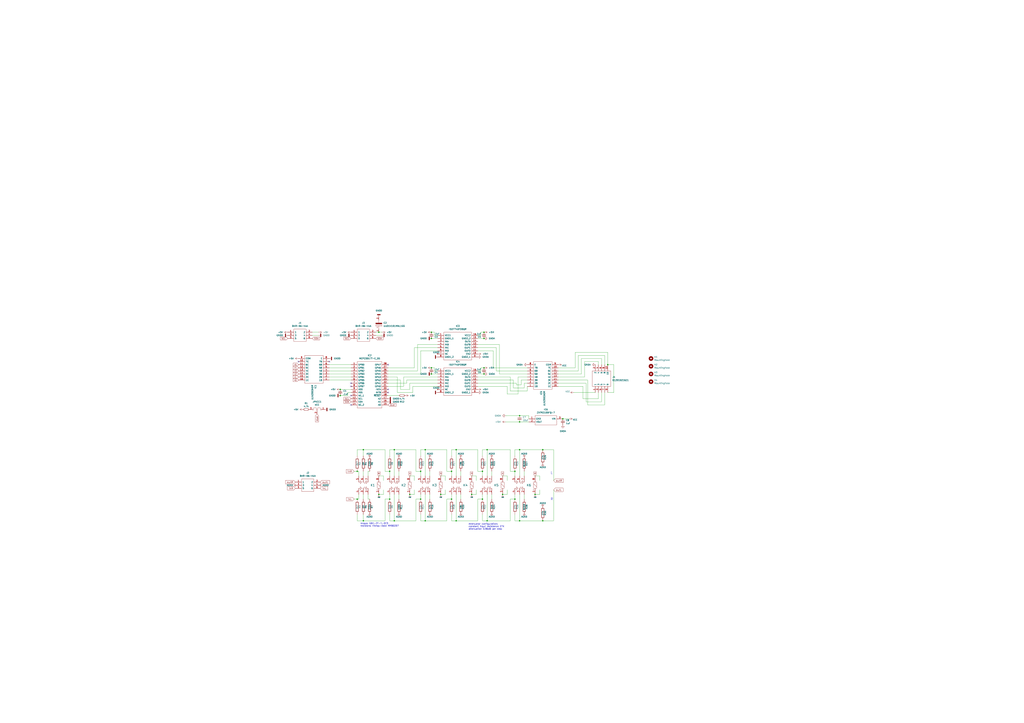
<source format=kicad_sch>
(kicad_sch (version 20231120) (generator "eeschema") (generator_version "8.0")
  (paper "A1")
  (title_block (title "Audio Attenuator") (date "2016-08-27") (company "Jos van Eijndhoven") (comment 1 "Copyright 2016") (comment 2 "Permission for free use for personal/DIY application only"))
  (junction (at 320.04 410.21))
  (junction (at 445.77 369.57))
  (junction (at 426.72 341.63))
  (junction (at 354.33 273.05))
  (junction (at 396.24 387.35))
  (junction (at 370.84 410.21))
  (junction (at 396.24 410.21))
  (junction (at 336.55 406.4))
  (junction (at 279.4 320.04))
  (junction (at 499.11 299.72))
  (junction (at 345.44 410.21))
  (junction (at 320.04 387.35))
  (junction (at 422.91 387.35))
  (junction (at 298.45 369.57))
  (junction (at 323.85 369.57))
  (junction (at 462.28 344.17))
  (junction (at 323.85 427.99))
  (junction (at 298.45 427.99))
  (junction (at 293.37 410.21))
  (junction (at 354.33 302.26))
  (junction (at 397.51 302.26))
  (junction (at 400.05 369.57))
  (junction (at 279.4 325.12))
  (junction (at 412.75 406.4))
  (junction (at 422.91 410.21))
  (junction (at 354.33 307.34))
  (junction (at 426.72 346.71))
  (junction (at 387.35 406.4))
  (junction (at 445.77 427.99))
  (junction (at 426.72 369.57))
  (junction (at 397.51 307.34))
  (junction (at 370.84 387.35))
  (junction (at 349.25 427.99))
  (junction (at 354.33 278.13))
  (junction (at 374.65 427.99))
  (junction (at 374.65 369.57))
  (junction (at 345.44 387.35))
  (junction (at 311.15 406.4))
  (junction (at 426.72 427.99))
  (junction (at 349.25 369.57))
  (junction (at 397.51 278.13))
  (junction (at 400.05 427.99))
  (junction (at 361.95 406.4))
  (junction (at 397.51 273.05))
  (junction (at 311.15 273.05))
  (junction (at 439.42 406.4))
  (junction (at 293.37 387.35))
  (no_connect (at 245.11 297.18))
  (no_connect (at 270.51 297.18))
  (no_connect (at 318.77 322.58))
  (no_connect (at 318.77 299.72))
  (no_connect (at 288.29 332.74))
  (no_connect (at 288.29 325.12))
  (no_connect (at 318.77 320.04))
  (no_connect (at 288.29 314.96))
  (no_connect (at 288.29 317.5))
  (wire (pts (xy 458.47 307.34) (xy 477.52 307.34)))
  (wire (pts (xy 491.49 299.72) (xy 491.49 297.18)))
  (wire (pts (xy 422.91 427.99) (xy 422.91 422.91)))
  (wire (pts (xy 349.25 391.16) (xy 349.25 369.57)))
  (wire (pts (xy 419.1 321.31) (xy 433.07 321.31)))
  (wire (pts (xy 391.16 391.16) (xy 391.16 394.97)))
  (wire (pts (xy 400.05 406.4) (xy 400.05 427.99)))
  (wire (pts (xy 443.23 406.4) (xy 443.23 402.59)))
  (wire (pts (xy 439.42 391.16) (xy 443.23 391.16)))
  (wire (pts (xy 481.33 330.2) (xy 494.03 330.2)))
  (wire (pts (xy 400.05 369.57) (xy 396.24 369.57)))
  (wire (pts (xy 426.72 369.57) (xy 426.72 391.16)))
  (wire (pts (xy 421.64 312.42) (xy 421.64 318.77)))
  (wire (pts (xy 353.06 387.35) (xy 353.06 391.16)))
  (wire (pts (xy 478.79 327.66) (xy 478.79 317.5)))
  (wire (pts (xy 458.47 304.8) (xy 474.98 304.8)))
  (wire (pts (xy 396.24 427.99) (xy 400.05 427.99)))
  (wire (pts (xy 419.1 309.88) (xy 419.1 321.31)))
  (wire (pts (xy 318.77 302.26) (xy 340.36 302.26)))
  (wire (pts (xy 458.47 317.5) (xy 478.79 317.5)))
  (wire (pts (xy 400.05 391.16) (xy 400.05 369.57)))
  (wire (pts (xy 416.56 323.85) (xy 425.45 323.85)))
  (wire (pts (xy 430.53 406.4) (xy 430.53 410.21)))
  (wire (pts (xy 270.51 312.42) (xy 288.29 312.42)))
  (wire (pts (xy 454.66 369.57) (xy 454.66 394.97)))
  (wire (pts (xy 323.85 369.57) (xy 341.63 369.57)))
  (wire (pts (xy 378.46 387.35) (xy 378.46 391.16)))
  (wire (pts (xy 298.45 406.4) (xy 298.45 410.21)))
  (wire (pts (xy 387.35 391.16) (xy 391.16 391.16)))
  (wire (pts (xy 353.06 406.4) (xy 353.06 410.21)))
  (wire (pts (xy 403.86 406.4) (xy 403.86 410.21)))
  (wire (pts (xy 392.43 283.21) (xy 410.21 283.21)))
  (wire (pts (xy 394.97 273.05) (xy 397.51 273.05)))
  (wire (pts (xy 367.03 387.35) (xy 367.03 369.57)))
  (wire (pts (xy 370.84 406.4) (xy 370.84 410.21)))
  (wire (pts (xy 426.72 341.63) (xy 415.29 341.63)))
  (wire (pts (xy 496.57 322.58) (xy 496.57 332.74)))
  (wire (pts (xy 374.65 427.99) (xy 370.84 427.99)))
  (wire (pts (xy 491.49 322.58) (xy 491.49 327.66)))
  (wire (pts (xy 320.04 427.99) (xy 323.85 427.99)))
  (wire (pts (xy 481.33 330.2) (xy 481.33 314.96)))
  (wire (pts (xy 349.25 406.4) (xy 349.25 427.99)))
  (wire (pts (xy 316.23 387.35) (xy 316.23 369.57)))
  (wire (pts (xy 340.36 406.4) (xy 340.36 402.59)))
  (wire (pts (xy 496.57 299.72) (xy 496.57 292.1)))
  (wire (pts (xy 496.57 292.1) (xy 474.98 292.1)))
  (wire (pts (xy 359.41 317.5) (xy 339.09 317.5)))
  (wire (pts (xy 345.44 410.21) (xy 341.63 410.21)))
  (wire (pts (xy 361.95 406.4) (xy 365.76 406.4)))
  (wire (pts (xy 378.46 406.4) (xy 378.46 410.21)))
  (wire (pts (xy 392.43 304.8) (xy 394.97 304.8)))
  (wire (pts (xy 331.47 317.5) (xy 318.77 317.5)))
  (wire (pts (xy 491.49 297.18) (xy 480.06 297.18)))
  (wire (pts (xy 320.04 374.65) (xy 320.04 369.57)))
  (wire (pts (xy 356.87 275.59) (xy 356.87 273.05)))
  (wire (pts (xy 416.56 317.5) (xy 416.56 323.85)))
  (wire (pts (xy 336.55 320.04) (xy 328.93 320.04)))
  (wire (pts (xy 340.36 285.75) (xy 340.36 302.26)))
  (wire (pts (xy 320.04 422.91) (xy 320.04 427.99)))
  (wire (pts (xy 365.76 406.4) (xy 365.76 402.59)))
  (wire (pts (xy 392.43 427.99) (xy 392.43 410.21)))
  (wire (pts (xy 334.01 314.96) (xy 318.77 314.96)))
  (wire (pts (xy 285.75 325.12) (xy 285.75 322.58)))
  (wire (pts (xy 367.03 387.35) (xy 370.84 387.35)))
  (wire (pts (xy 339.09 322.58) (xy 326.39 322.58)))
  (wire (pts (xy 458.47 302.26) (xy 472.44 302.26)))
  (wire (pts (xy 426.72 427.99) (xy 445.77 427.99)))
  (wire (pts (xy 345.44 410.21) (xy 345.44 406.4)))
  (wire (pts (xy 327.66 325.12) (xy 318.77 325.12)))
  (wire (pts (xy 341.63 410.21) (xy 341.63 427.99)))
  (wire (pts (xy 356.87 302.26) (xy 354.33 302.26)))
  (wire (pts (xy 458.47 309.88) (xy 480.06 309.88)))
  (wire (pts (xy 345.44 288.29) (xy 345.44 307.34)))
  (wire (pts (xy 314.96 406.4) (xy 314.96 402.59)))
  (wire (pts (xy 285.75 322.58) (xy 288.29 322.58)))
  (wire (pts (xy 392.43 427.99) (xy 374.65 427.99)))
  (wire (pts (xy 433.07 321.31) (xy 433.07 317.5)))
  (wire (pts (xy 405.13 288.29) (xy 392.43 288.29)))
  (wire (pts (xy 345.44 427.99) (xy 349.25 427.99)))
  (wire (pts (xy 303.53 410.21) (xy 302.26 410.21)))
  (wire (pts (xy 341.63 387.35) (xy 345.44 387.35)))
  (wire (pts (xy 391.16 406.4) (xy 391.16 402.59)))
  (wire (pts (xy 494.03 294.64) (xy 477.52 294.64)))
  (wire (pts (xy 328.93 320.04) (xy 328.93 312.42)))
  (wire (pts (xy 407.67 304.8) (xy 433.07 304.8)))
  (wire (pts (xy 270.51 309.88) (xy 288.29 309.88)))
  (wire (pts (xy 392.43 275.59) (xy 394.97 275.59)))
  (wire (pts (xy 467.36 344.17) (xy 462.28 344.17)))
  (wire (pts (xy 405.13 302.26) (xy 405.13 288.29)))
  (wire (pts (xy 499.11 299.72) (xy 499.11 289.56)))
  (wire (pts (xy 323.85 427.99) (xy 323.85 406.4)))
  (wire (pts (xy 270.51 299.72) (xy 288.29 299.72)))
  (wire (pts (xy 326.39 322.58) (xy 326.39 309.88)))
  (wire (pts (xy 370.84 387.35) (xy 370.84 391.16)))
  (wire (pts (xy 359.41 314.96) (xy 336.55 314.96)))
  (wire (pts (xy 298.45 387.35) (xy 298.45 391.16)))
  (wire (pts (xy 419.1 387.35) (xy 422.91 387.35)))
  (wire (pts (xy 426.72 369.57) (xy 445.77 369.57)))
  (wire (pts (xy 320.04 410.21) (xy 320.04 406.4)))
  (wire (pts (xy 458.47 312.42) (xy 482.6 312.42)))
  (wire (pts (xy 419.1 427.99) (xy 419.1 410.21)))
  (wire (pts (xy 336.55 314.96) (xy 336.55 320.04)))
  (wire (pts (xy 482.6 332.74) (xy 482.6 312.42)))
  (wire (pts (xy 340.36 391.16) (xy 340.36 394.97)))
  (wire (pts (xy 422.91 387.35) (xy 422.91 391.16)))
  (wire (pts (xy 412.75 391.16) (xy 416.56 391.16)))
  (wire (pts (xy 397.51 307.34) (xy 392.43 307.34)))
  (wire (pts (xy 354.33 278.13) (xy 359.41 278.13)))
  (wire (pts (xy 504.19 299.72) (xy 504.19 322.58)))
  (wire (pts (xy 367.03 369.57) (xy 349.25 369.57)))
  (wire (pts (xy 320.04 410.21) (xy 316.23 410.21)))
  (wire (pts (xy 298.45 369.57) (xy 293.37 369.57)))
  (wire (pts (xy 394.97 275.59) (xy 394.97 273.05)))
  (wire (pts (xy 374.65 369.57) (xy 392.43 369.57)))
  (wire (pts (xy 403.86 387.35) (xy 403.86 391.16)))
  (wire (pts (xy 318.77 309.88) (xy 326.39 309.88)))
  (wire (pts (xy 334.01 312.42) (xy 334.01 314.96)))
  (wire (pts (xy 336.55 391.16) (xy 340.36 391.16)))
  (wire (pts (xy 422.91 369.57) (xy 426.72 369.57)))
  (wire (pts (xy 499.11 289.56) (xy 472.44 289.56)))
  (wire (pts (xy 294.64 387.35) (xy 293.37 387.35)))
  (wire (pts (xy 430.53 387.35) (xy 430.53 391.16)))
  (wire (pts (xy 336.55 406.4) (xy 340.36 406.4)))
  (wire (pts (xy 331.47 309.88) (xy 331.47 317.5)))
  (wire (pts (xy 430.53 314.96) (xy 433.07 314.96)))
  (wire (pts (xy 422.91 374.65) (xy 422.91 369.57)))
  (wire (pts (xy 424.18 314.96) (xy 424.18 316.23)))
  (wire (pts (xy 339.09 317.5) (xy 339.09 322.58)))
  (wire (pts (xy 314.96 391.16) (xy 314.96 394.97)))
  (wire (pts (xy 491.49 327.66) (xy 478.79 327.66)))
  (wire (pts (xy 480.06 297.18) (xy 480.06 309.88)))
  (wire (pts (xy 356.87 273.05) (xy 354.33 273.05)))
  (wire (pts (xy 407.67 285.75) (xy 392.43 285.75)))
  (wire (pts (xy 349.25 369.57) (xy 345.44 369.57)))
  (wire (pts (xy 424.18 316.23) (xy 427.99 316.23)))
  (wire (pts (xy 421.64 318.77) (xy 430.53 318.77)))
  (wire (pts (xy 392.43 369.57) (xy 392.43 387.35)))
  (wire (pts (xy 426.72 346.71) (xy 415.29 346.71)))
  (wire (pts (xy 416.56 391.16) (xy 416.56 394.97)))
  (wire (pts (xy 345.44 391.16) (xy 345.44 387.35)))
  (wire (pts (xy 416.56 406.4) (xy 416.56 402.59)))
  (wire (pts (xy 320.04 387.35) (xy 320.04 391.16)))
  (wire (pts (xy 422.91 406.4) (xy 422.91 410.21)))
  (wire (pts (xy 405.13 302.26) (xy 433.07 302.26)))
  (wire (pts (xy 392.43 314.96) (xy 424.18 314.96)))
  (wire (pts (xy 370.84 427.99) (xy 370.84 422.91)))
  (wire (pts (xy 298.45 422.91) (xy 298.45 427.99)))
  (wire (pts (xy 270.51 304.8) (xy 288.29 304.8)))
  (wire (pts (xy 359.41 288.29) (xy 345.44 288.29)))
  (wire (pts (xy 342.9 283.21) (xy 359.41 283.21)))
  (wire (pts (xy 270.51 307.34) (xy 288.29 307.34)))
  (wire (pts (xy 494.03 322.58) (xy 494.03 330.2)))
  (wire (pts (xy 426.72 346.71) (xy 434.34 346.71)))
  (wire (pts (xy 359.41 312.42) (xy 334.01 312.42)))
  (wire (pts (xy 316.23 369.57) (xy 298.45 369.57)))
  (wire (pts (xy 494.03 299.72) (xy 494.03 294.64)))
  (wire (pts (xy 318.77 304.8) (xy 342.9 304.8)))
  (wire (pts (xy 474.98 292.1) (xy 474.98 304.8)))
  (wire (pts (xy 302.26 410.21) (xy 302.26 406.4)))
  (wire (pts (xy 279.4 320.04) (xy 288.29 320.04)))
  (wire (pts (xy 311.15 391.16) (xy 314.96 391.16)))
  (wire (pts (xy 298.45 374.65) (xy 298.45 369.57)))
  (wire (pts (xy 349.25 427.99) (xy 367.03 427.99)))
  (wire (pts (xy 311.15 406.4) (xy 314.96 406.4)))
  (wire (pts (xy 293.37 422.91) (xy 293.37 427.99)))
  (wire (pts (xy 311.15 273.05) (xy 308.61 273.05)))
  (wire (pts (xy 318.77 307.34) (xy 345.44 307.34)))
  (wire (pts (xy 341.63 369.57) (xy 341.63 387.35)))
  (wire (pts (xy 327.66 406.4) (xy 327.66 410.21)))
  (wire (pts (xy 359.41 304.8) (xy 356.87 304.8)))
  (wire (pts (xy 396.24 391.16) (xy 396.24 387.35)))
  (wire (pts (xy 323.85 369.57) (xy 323.85 391.16)))
  (wire (pts (xy 471.17 322.58) (xy 488.95 322.58)))
  (wire (pts (xy 370.84 374.65) (xy 370.84 369.57)))
  (wire (pts (xy 359.41 309.88) (xy 331.47 309.88)))
  (wire (pts (xy 397.51 278.13) (xy 392.43 278.13)))
  (wire (pts (xy 419.1 387.35) (xy 419.1 369.57)))
  (wire (pts (xy 387.35 406.4) (xy 391.16 406.4)))
  (wire (pts (xy 303.53 387.35) (xy 302.26 387.35)))
  (wire (pts (xy 279.4 325.12) (xy 285.75 325.12)))
  (wire (pts (xy 293.37 369.57) (xy 293.37 374.65)))
  (wire (pts (xy 367.03 427.99) (xy 367.03 410.21)))
  (wire (pts (xy 394.97 304.8) (xy 394.97 302.26)))
  (wire (pts (xy 412.75 406.4) (xy 416.56 406.4)))
  (wire (pts (xy 472.44 289.56) (xy 472.44 302.26)))
  (wire (pts (xy 294.64 410.21) (xy 294.64 406.4)))
  (wire (pts (xy 504.19 322.58) (xy 499.11 322.58)))
  (wire (pts (xy 443.23 391.16) (xy 443.23 394.97)))
  (wire (pts (xy 345.44 427.99) (xy 345.44 422.91)))
  (wire (pts (xy 298.45 427.99) (xy 293.37 427.99)))
  (wire (pts (xy 419.1 369.57) (xy 400.05 369.57)))
  (wire (pts (xy 392.43 387.35) (xy 396.24 387.35)))
  (wire (pts (xy 392.43 410.21) (xy 396.24 410.21)))
  (wire (pts (xy 374.65 406.4) (xy 374.65 427.99)))
  (wire (pts (xy 316.23 427.99) (xy 298.45 427.99)))
  (wire (pts (xy 422.91 427.99) (xy 426.72 427.99)))
  (wire (pts (xy 396.24 406.4) (xy 396.24 410.21)))
  (wire (pts (xy 434.34 341.63) (xy 434.34 344.17)))
  (wire (pts (xy 365.76 391.16) (xy 365.76 394.97)))
  (wire (pts (xy 392.43 309.88) (xy 419.1 309.88)))
  (wire (pts (xy 327.66 387.35) (xy 327.66 391.16)))
  (wire (pts (xy 396.24 369.57) (xy 396.24 374.65)))
  (wire (pts (xy 426.72 427.99) (xy 426.72 406.4)))
  (wire (pts (xy 328.93 312.42) (xy 318.77 312.42)))
  (wire (pts (xy 290.83 410.21) (xy 293.37 410.21)))
  (wire (pts (xy 342.9 283.21) (xy 342.9 304.8)))
  (wire (pts (xy 313.69 275.59) (xy 308.61 275.59)))
  (wire (pts (xy 316.23 387.35) (xy 320.04 387.35)))
  (wire (pts (xy 359.41 275.59) (xy 356.87 275.59)))
  (wire (pts (xy 356.87 304.8) (xy 356.87 302.26)))
  (wire (pts (xy 302.26 387.35) (xy 302.26 391.16)))
  (wire (pts (xy 458.47 314.96) (xy 481.33 314.96)))
  (wire (pts (xy 410.21 283.21) (xy 410.21 307.34)))
  (wire (pts (xy 261.62 275.59) (xy 256.54 275.59)))
  (wire (pts (xy 367.03 410.21) (xy 370.84 410.21)))
  (wire (pts (xy 374.65 391.16) (xy 374.65 369.57)))
  (wire (pts (xy 400.05 427.99) (xy 419.1 427.99)))
  (wire (pts (xy 392.43 317.5) (xy 416.56 317.5)))
  (wire (pts (xy 313.69 273.05) (xy 311.15 273.05)))
  (wire (pts (xy 293.37 387.35) (xy 290.83 387.35)))
  (wire (pts (xy 394.97 302.26) (xy 397.51 302.26)))
  (wire (pts (xy 392.43 312.42) (xy 421.64 312.42)))
  (wire (pts (xy 427.99 312.42) (xy 433.07 312.42)))
  (wire (pts (xy 430.53 318.77) (xy 430.53 314.96)))
  (wire (pts (xy 294.64 391.16) (xy 294.64 387.35)))
  (wire (pts (xy 410.21 307.34) (xy 433.07 307.34)))
  (wire (pts (xy 361.95 391.16) (xy 365.76 391.16)))
  (wire (pts (xy 316.23 410.21) (xy 316.23 427.99)))
  (wire (pts (xy 439.42 406.4) (xy 443.23 406.4)))
  (wire (pts (xy 482.6 332.74) (xy 496.57 332.74)))
  (wire (pts (xy 419.1 410.21) (xy 422.91 410.21)))
  (wire (pts (xy 425.45 309.88) (xy 433.07 309.88)))
  (wire (pts (xy 293.37 410.21) (xy 294.64 410.21)))
  (wire (pts (xy 396.24 427.99) (xy 396.24 422.91)))
  (wire (pts (xy 359.41 285.75) (xy 340.36 285.75)))
  (wire (pts (xy 427.99 316.23) (xy 427.99 312.42)))
  (wire (pts (xy 425.45 323.85) (xy 425.45 309.88)))
  (wire (pts (xy 454.66 427.99) (xy 454.66 402.59)))
  (wire (pts (xy 445.77 369.57) (xy 454.66 369.57)))
  (wire (pts (xy 345.44 369.57) (xy 345.44 374.65)))
  (wire (pts (xy 270.51 302.26) (xy 288.29 302.26)))
  (wire (pts (xy 407.67 304.8) (xy 407.67 285.75)))
  (wire (pts (xy 256.54 273.05) (xy 261.62 273.05)))
  (wire (pts (xy 370.84 369.57) (xy 374.65 369.57)))
  (wire (pts (xy 445.77 427.99) (xy 454.66 427.99)))
  (wire (pts (xy 323.85 427.99) (xy 341.63 427.99)))
  (wire (pts (xy 354.33 307.34) (xy 359.41 307.34)))
  (wire (pts (xy 320.04 369.57) (xy 323.85 369.57)))
  (wire (pts (xy 477.52 294.64) (xy 477.52 307.34)))
  (wire (pts (xy 499.11 299.72) (xy 504.19 299.72)))
  (wire (pts (xy 426.72 341.63) (xy 434.34 341.63)))
  (text "R" (at 452.12 411.48 0) (effects (font (size 2.0066 2.0066)) (justify left bottom)))
  (text "relays: G6K-2F-Y-DC5\nresistors: Vishay-Dale MMB0207" (at 295.91 433.07 0) (effects (font (size 1.27 1.27)) (justify left bottom)))
  (text "L" (at 452.12 389.89 0) (effects (font (size 2.0066 2.0066)) (justify left bottom)))
  (text "Attenuator configuration:\nconstant input resistance 27K\nattenuation 0.96dB per step" (at 384.81 435.61 0) (effects (font (size 1.27 1.27)) (justify left bottom)))
  (global_label "r5" (shape input) (at 439.42 391.16 90) (effects (font (size 1.016 1.016))) (property "Intersheetrefs" "${INTERSHEET_REFS}" (effects (hide yes))))
  (global_label "dual" (shape input) (at 260.35 340.36 270) (property "Intersheetrefs" "${INTERSHEET_REFS}" (effects (hide yes))))
  (global_label "r1" (shape input) (at 245.11 309.88 180) (property "Intersheetrefs" "${INTERSHEET_REFS}" (effects (hide yes))))
  (global_label "r2" (shape input) (at 245.11 307.34 180) (property "Intersheetrefs" "${INTERSHEET_REFS}" (effects (hide yes))))
  (global_label "r3" (shape input) (at 387.35 391.16 90) (effects (font (size 1.016 1.016))) (property "Intersheetrefs" "${INTERSHEET_REFS}" (effects (hide yes))))
  (global_label "SCL" (shape input) (at 236.22 278.13 180) (property "Intersheetrefs" "${INTERSHEET_REFS}" (effects (hide yes))))
  (global_label "outR" (shape input) (at 242.57 396.24 180) (effects (font (size 1.524 1.524))) (property "Intersheetrefs" "${INTERSHEET_REFS}" (effects (hide yes))))
  (global_label "r3" (shape input) (at 245.11 304.8 180) (property "Intersheetrefs" "${INTERSHEET_REFS}" (effects (hide yes))))
  (global_label "r2" (shape input) (at 361.95 391.16 90) (effects (font (size 1.016 1.016))) (property "Intersheetrefs" "${INTERSHEET_REFS}" (effects (hide yes))))
  (global_label "inL" (shape input) (at 262.89 401.32 0) (effects (font (size 1.524 1.524))) (property "Intersheetrefs" "${INTERSHEET_REFS}" (effects (hide yes))))
  (global_label "SCL" (shape input) (at 288.29 278.13 180) (property "Intersheetrefs" "${INTERSHEET_REFS}" (effects (hide yes))))
  (global_label "dual" (shape input) (at 318.77 332.74 0) (property "Intersheetrefs" "${INTERSHEET_REFS}" (effects (hide yes))))
  (global_label "SCL" (shape input) (at 288.29 327.66 180) (property "Intersheetrefs" "${INTERSHEET_REFS}" (effects (hide yes))))
  (global_label "r4" (shape input) (at 412.75 391.16 90) (effects (font (size 1.016 1.016))) (property "Intersheetrefs" "${INTERSHEET_REFS}" (effects (hide yes))))
  (global_label "r0" (shape input) (at 311.15 391.16 90) (effects (font (size 1.016 1.016))) (property "Intersheetrefs" "${INTERSHEET_REFS}" (effects (hide yes))))
  (global_label "r4" (shape input) (at 245.11 302.26 180) (property "Intersheetrefs" "${INTERSHEET_REFS}" (effects (hide yes))))
  (global_label "inR" (shape input) (at 290.83 387.35 180) (effects (font (size 1.524 1.524))) (property "Intersheetrefs" "${INTERSHEET_REFS}" (effects (hide yes))))
  (global_label "inL" (shape input) (at 290.83 410.21 180) (effects (font (size 1.524 1.524))) (property "Intersheetrefs" "${INTERSHEET_REFS}" (effects (hide yes))))
  (global_label "outR" (shape input) (at 454.66 394.97 0) (effects (font (size 1.524 1.524))) (property "Intersheetrefs" "${INTERSHEET_REFS}" (effects (hide yes))))
  (global_label "r0" (shape input) (at 245.11 312.42 180) (property "Intersheetrefs" "${INTERSHEET_REFS}" (effects (hide yes))))
  (global_label "outL" (shape input) (at 262.89 396.24 0) (effects (font (size 1.524 1.524))) (property "Intersheetrefs" "${INTERSHEET_REFS}" (effects (hide yes))))
  (global_label "outL" (shape input) (at 454.66 402.59 0) (effects (font (size 1.524 1.524))) (property "Intersheetrefs" "${INTERSHEET_REFS}" (effects (hide yes))))
  (global_label "inR" (shape input) (at 242.57 401.32 180) (effects (font (size 1.524 1.524))) (property "Intersheetrefs" "${INTERSHEET_REFS}" (effects (hide yes))))
  (global_label "SDA" (shape input) (at 288.29 330.2 180) (property "Intersheetrefs" "${INTERSHEET_REFS}" (effects (hide yes))))
  (global_label "SDA" (shape input) (at 308.61 278.13 0) (property "Intersheetrefs" "${INTERSHEET_REFS}" (effects (hide yes))))
  (global_label "r1" (shape input) (at 336.55 391.16 90) (effects (font (size 1.016 1.016))) (property "Intersheetrefs" "${INTERSHEET_REFS}" (effects (hide yes))))
  (global_label "r5" (shape input) (at 245.11 299.72 180) (property "Intersheetrefs" "${INTERSHEET_REFS}" (effects (hide yes))))
  (global_label "SDA" (shape input) (at 256.54 278.13 0) (property "Intersheetrefs" "${INTERSHEET_REFS}" (effects (hide yes))))
  (symbol (lib_id "relaixedPassive-rescue:RELAY_G6K") (at 304.8 398.78 0) (mirror y) (unit 1)
    (property "Reference" "K1" (at 306.07 398.78 0) (effects (font (size 1.778 1.778))))
    (property "Value" "RELAY_G6K" (effects (hide yes)))
    (property "Footprint" "RlxPassiveFootprints:G6K-2F-Y" (effects (hide yes)))
  )
  (symbol (lib_id "relaixedPassive-rescue:RELAY_G6K") (at 330.2 398.78 0) (mirror y) (unit 1)
    (property "Reference" "K2" (at 331.47 398.78 0) (effects (font (size 1.778 1.778))))
    (property "Value" "RELAY_G6K" (effects (hide yes)))
    (property "Footprint" "RlxPassiveFootprints:G6K-2F-Y" (effects (hide yes)))
  )
  (symbol (lib_id "relaixedPassive-rescue:R") (at 293.37 381 0) (unit 1)
    (property "Reference" "R2" (at 295.402 381 90))
    (property "Value" "2k7" (at 293.37 381 90))
    (property "Footprint" "Resistor_SMD:R_MELF_MMB-0207" (effects (hide yes)))
  )
  (symbol (lib_id "relaixedPassive-rescue:R") (at 303.53 381 0) (unit 1)
    (property "Reference" "R6" (at 305.562 381 90))
    (property "Value" "220k" (at 303.53 381 90))
    (property "Footprint" "Resistor_SMD:R_MELF_MMB-0207" (effects (hide yes)))
  )
  (symbol (lib_id "relaixedPassive-rescue:R") (at 298.45 381 0) (unit 1)
    (property "Reference" "R4" (at 300.482 381 90))
    (property "Value" "0R" (at 298.45 381 90))
    (property "Footprint" "Resistor_SMD:R_MELF_MMB-0207" (effects (hide yes)))
  )
  (symbol (lib_id "relaixedPassive-rescue:R") (at 320.04 381 0) (unit 1)
    (property "Reference" "R8" (at 322.072 381 90))
    (property "Value" "5k6" (at 320.04 381 90))
    (property "Footprint" "Resistor_SMD:R_MELF_MMB-0207" (effects (hide yes)))
  )
  (symbol (lib_id "relaixedPassive-rescue:R") (at 327.66 381 0) (unit 1)
    (property "Reference" "R10" (at 329.692 381 90))
    (property "Value" "100k" (at 327.66 381 90))
    (property "Footprint" "Resistor_SMD:R_MELF_MMB-0207" (effects (hide yes)))
  )
  (symbol (lib_id "relaixedPassive-rescue:AGND") (at 303.53 374.65 180) (unit 1)
    (property "Reference" "#PWR023" (effects (hide yes)))
    (property "Value" "AGND" (at 303.53 372.872 0))
    (instances (project "" (path "" (reference "#PWR023") (unit 1)) (path "" (reference "#PWR015") (unit 1))))
  )
  (symbol (lib_id "relaixedPassive-rescue:AGND") (at 327.66 374.65 180) (unit 1)
    (property "Reference" "#PWR022" (effects (hide yes)))
    (property "Value" "AGND" (at 327.66 372.872 0))
    (instances (project "" (path "" (reference "#PWR022") (unit 1)) (path "" (reference "#PWR023") (unit 1))))
  )
  (symbol (lib_id "relaixedPassive-rescue:AGND") (at 353.06 374.65 180) (unit 1)
    (property "Reference" "#PWR021" (effects (hide yes)))
    (property "Value" "AGND" (at 353.06 372.872 0))
    (instances (project "" (path "" (reference "#PWR021") (unit 1)) (path "" (reference "#PWR027") (unit 1))))
  )
  (symbol (lib_id "relaixedPassive-rescue:R") (at 353.06 381 0) (unit 1)
    (property "Reference" "R15" (at 355.092 381 90))
    (property "Value" "47k" (at 353.06 381 90))
    (property "Footprint" "Resistor_SMD:R_MELF_MMB-0207" (effects (hide yes)))
  )
  (symbol (lib_id "relaixedPassive-rescue:R") (at 345.44 381 0) (unit 1)
    (property "Reference" "R13" (at 347.472 381 90))
    (property "Value" "10k" (at 345.44 381 90))
    (property "Footprint" "Resistor_SMD:R_MELF_MMB-0207" (effects (hide yes)))
  )
  (symbol (lib_id "relaixedPassive-rescue:RELAY_G6K") (at 355.6 398.78 0) (mirror y) (unit 1)
    (property "Reference" "K3" (at 356.87 398.78 0) (effects (font (size 1.778 1.778))))
    (property "Value" "RELAY_G6K" (effects (hide yes)))
    (property "Footprint" "RlxPassiveFootprints:G6K-2F-Y" (effects (hide yes)))
  )
  (symbol (lib_id "relaixedPassive-rescue:RELAY_G6K") (at 406.4 398.78 0) (mirror y) (unit 1)
    (property "Reference" "K5" (at 407.67 398.78 0) (effects (font (size 1.778 1.778))))
    (property "Value" "RELAY_G6K" (effects (hide yes)))
    (property "Footprint" "RlxPassiveFootprints:G6K-2F-Y" (effects (hide yes)))
  )
  (symbol (lib_id "relaixedPassive-rescue:R") (at 396.24 381 0) (unit 1)
    (property "Reference" "R21" (at 398.272 381 90))
    (property "Value" "22k" (at 396.24 381 90))
    (property "Footprint" "Resistor_SMD:R_MELF_MMB-0207" (effects (hide yes)))
  )
  (symbol (lib_id "relaixedPassive-rescue:R") (at 403.86 381 0) (unit 1)
    (property "Reference" "R23" (at 405.892 381 90))
    (property "Value" "5k6" (at 403.86 381 90))
    (property "Footprint" "Resistor_SMD:R_MELF_MMB-0207" (effects (hide yes)))
  )
  (symbol (lib_id "relaixedPassive-rescue:AGND") (at 403.86 374.65 180) (unit 1)
    (property "Reference" "#PWR020" (effects (hide yes)))
    (property "Value" "AGND" (at 403.86 372.872 0))
    (instances (project "" (path "" (reference "#PWR020") (unit 1)) (path "" (reference "#PWR047") (unit 1))))
  )
  (symbol (lib_id "relaixedPassive-rescue:AGND") (at 378.46 374.65 180) (unit 1)
    (property "Reference" "#PWR019" (effects (hide yes)))
    (property "Value" "AGND" (at 378.46 372.872 0))
    (instances (project "" (path "" (reference "#PWR019") (unit 1)) (path "" (reference "#PWR036") (unit 1))))
  )
  (symbol (lib_id "relaixedPassive-rescue:R") (at 378.46 381 0) (unit 1)
    (property "Reference" "R19" (at 380.492 381 90))
    (property "Value" "18k" (at 378.46 381 90))
    (property "Footprint" "Resistor_SMD:R_MELF_MMB-0207" (effects (hide yes)))
  )
  (symbol (lib_id "relaixedPassive-rescue:R") (at 370.84 381 0) (unit 1)
    (property "Reference" "R17" (at 372.872 381 90))
    (property "Value" "15k" (at 370.84 381 90))
    (property "Footprint" "Resistor_SMD:R_MELF_MMB-0207" (effects (hide yes)))
  )
  (symbol (lib_id "relaixedPassive-rescue:RELAY_G6K") (at 381 398.78 0) (mirror y) (unit 1)
    (property "Reference" "K4" (at 382.27 398.78 0) (effects (font (size 1.778 1.778))))
    (property "Value" "RELAY_G6K" (effects (hide yes)))
    (property "Footprint" "RlxPassiveFootprints:G6K-2F-Y" (effects (hide yes)))
  )
  (symbol (lib_id "relaixedPassive-rescue:AGND") (at 430.53 374.65 180) (unit 1)
    (property "Reference" "#PWR018" (effects (hide yes)))
    (property "Value" "AGND" (at 430.53 372.872 0))
    (instances (project "" (path "" (reference "#PWR018") (unit 1)) (path "" (reference "#PWR053") (unit 1))))
  )
  (symbol (lib_id "relaixedPassive-rescue:R") (at 430.53 381 0) (unit 1)
    (property "Reference" "R27" (at 432.562 381 90))
    (property "Value" "820R" (at 430.53 381 90))
    (property "Footprint" "Resistor_SMD:R_MELF_MMB-0207" (effects (hide yes)))
  )
  (symbol (lib_id "relaixedPassive-rescue:R") (at 422.91 381 0) (unit 1)
    (property "Reference" "R25" (at 424.942 381 90))
    (property "Value" "27k" (at 422.91 381 90))
    (property "Footprint" "Resistor_SMD:R_MELF_MMB-0207" (effects (hide yes)))
  )
  (symbol (lib_id "relaixedPassive-rescue:RELAY_G6K") (at 433.07 398.78 0) (mirror y) (unit 1)
    (property "Reference" "K6" (at 434.34 398.78 0) (effects (font (size 1.778 1.778))))
    (property "Value" "RELAY_G6K" (effects (hide yes)))
    (property "Footprint" "RlxPassiveFootprints:G6K-2F-Y" (effects (hide yes)))
  )
  (symbol (lib_id "relaixedPassive-rescue:R") (at 445.77 375.92 0) (unit 1)
    (property "Reference" "R29" (at 447.802 375.92 90))
    (property "Value" "27k" (at 445.77 375.92 90))
    (property "Footprint" "Resistor_SMD:R_MELF_MMB-0207" (effects (hide yes)))
  )
  (symbol (lib_id "relaixedPassive-rescue:AGND") (at 445.77 382.27 0) (unit 1)
    (property "Reference" "#PWR017" (effects (hide yes)))
    (property "Value" "AGND" (at 445.77 384.048 0))
    (instances (project "" (path "" (reference "#PWR017") (unit 1)) (path "" (reference "#PWR056") (unit 1))))
  )
  (symbol (lib_id "relaixedPassive-rescue:R") (at 422.91 416.56 0) (mirror x) (unit 1)
    (property "Reference" "R26" (at 424.942 416.56 90))
    (property "Value" "27k" (at 422.91 416.56 90))
    (property "Footprint" "Resistor_SMD:R_MELF_MMB-0207" (effects (hide yes)))
  )
  (symbol (lib_id "relaixedPassive-rescue:R") (at 430.53 416.56 0) (mirror x) (unit 1)
    (property "Reference" "R28" (at 432.562 416.56 90))
    (property "Value" "820R" (at 430.53 416.56 90))
    (property "Footprint" "Resistor_SMD:R_MELF_MMB-0207" (effects (hide yes)))
  )
  (symbol (lib_id "relaixedPassive-rescue:AGND") (at 430.53 422.91 0) (mirror y) (unit 1)
    (property "Reference" "#PWR016" (effects (hide yes)))
    (property "Value" "AGND" (at 430.53 424.688 0))
    (instances (project "" (path "" (reference "#PWR016") (unit 1)) (path "" (reference "#PWR054") (unit 1))))
  )
  (symbol (lib_id "relaixedPassive-rescue:R") (at 370.84 416.56 0) (mirror x) (unit 1)
    (property "Reference" "R18" (at 372.872 416.56 90))
    (property "Value" "15k" (at 370.84 416.56 90))
    (property "Footprint" "Resistor_SMD:R_MELF_MMB-0207" (effects (hide yes)))
  )
  (symbol (lib_id "relaixedPassive-rescue:R") (at 378.46 416.56 0) (mirror x) (unit 1)
    (property "Reference" "R20" (at 380.492 416.56 90))
    (property "Value" "18k" (at 378.46 416.56 90))
    (property "Footprint" "Resistor_SMD:R_MELF_MMB-0207" (effects (hide yes)))
  )
  (symbol (lib_id "relaixedPassive-rescue:AGND") (at 378.46 422.91 0) (mirror y) (unit 1)
    (property "Reference" "#PWR015" (effects (hide yes)))
    (property "Value" "AGND" (at 378.46 424.688 0))
    (instances (project "" (path "" (reference "#PWR015") (unit 1)) (path "" (reference "#PWR037") (unit 1))))
  )
  (symbol (lib_id "relaixedPassive-rescue:AGND") (at 403.86 422.91 0) (mirror y) (unit 1)
    (property "Reference" "#PWR014" (effects (hide yes)))
    (property "Value" "AGND" (at 403.86 424.688 0))
    (instances (project "" (path "" (reference "#PWR014") (unit 1)) (path "" (reference "#PWR048") (unit 1))))
  )
  (symbol (lib_id "relaixedPassive-rescue:R") (at 403.86 416.56 0) (mirror x) (unit 1)
    (property "Reference" "R24" (at 405.892 416.56 90))
    (property "Value" "5k6" (at 403.86 416.56 90))
    (property "Footprint" "Resistor_SMD:R_MELF_MMB-0207" (effects (hide yes)))
  )
  (symbol (lib_id "relaixedPassive-rescue:R") (at 396.24 416.56 0) (mirror x) (unit 1)
    (property "Reference" "R22" (at 398.272 416.56 90))
    (property "Value" "22k" (at 396.24 416.56 90))
    (property "Footprint" "Resistor_SMD:R_MELF_MMB-0207" (effects (hide yes)))
  )
  (symbol (lib_id "relaixedPassive-rescue:R") (at 345.44 416.56 0) (mirror x) (unit 1)
    (property "Reference" "R14" (at 347.472 416.56 90))
    (property "Value" "10k" (at 345.44 416.56 90))
    (property "Footprint" "Resistor_SMD:R_MELF_MMB-0207" (effects (hide yes)))
  )
  (symbol (lib_id "relaixedPassive-rescue:R") (at 353.06 416.56 0) (mirror x) (unit 1)
    (property "Reference" "R16" (at 355.092 416.56 90))
    (property "Value" "47k" (at 353.06 416.56 90))
    (property "Footprint" "Resistor_SMD:R_MELF_MMB-0207" (effects (hide yes)))
  )
  (symbol (lib_id "relaixedPassive-rescue:AGND") (at 353.06 422.91 0) (mirror y) (unit 1)
    (property "Reference" "#PWR013" (effects (hide yes)))
    (property "Value" "AGND" (at 353.06 424.688 0))
    (instances (project "" (path "" (reference "#PWR013") (unit 1)) (path "" (reference "#PWR028") (unit 1))))
  )
  (symbol (lib_id "relaixedPassive-rescue:AGND") (at 327.66 422.91 0) (mirror y) (unit 1)
    (property "Reference" "#PWR012" (effects (hide yes)))
    (property "Value" "AGND" (at 327.66 424.688 0))
    (instances (project "" (path "" (reference "#PWR012") (unit 1)) (path "" (reference "#PWR024") (unit 1))))
  )
  (symbol (lib_id "relaixedPassive-rescue:AGND") (at 303.53 422.91 0) (mirror y) (unit 1)
    (property "Reference" "#PWR011" (effects (hide yes)))
    (property "Value" "AGND" (at 303.53 424.688 0))
    (instances (project "" (path "" (reference "#PWR011") (unit 1)) (path "" (reference "#PWR016") (unit 1))))
  )
  (symbol (lib_id "relaixedPassive-rescue:R") (at 327.66 416.56 0) (mirror x) (unit 1)
    (property "Reference" "R11" (at 329.692 416.56 90))
    (property "Value" "100k" (at 327.66 416.56 90))
    (property "Footprint" "Resistor_SMD:R_MELF_MMB-0207" (effects (hide yes)))
  )
  (symbol (lib_id "relaixedPassive-rescue:R") (at 320.04 416.56 0) (mirror x) (unit 1)
    (property "Reference" "R9" (at 322.072 416.56 90))
    (property "Value" "5k6" (at 320.04 416.56 90))
    (property "Footprint" "Resistor_SMD:R_MELF_MMB-0207" (effects (hide yes)))
  )
  (symbol (lib_id "relaixedPassive-rescue:R") (at 298.45 416.56 0) (mirror x) (unit 1)
    (property "Reference" "R5" (at 300.482 416.56 90))
    (property "Value" "0R" (at 298.45 416.56 90))
    (property "Footprint" "Resistor_SMD:R_MELF_MMB-0207" (effects (hide yes)))
  )
  (symbol (lib_id "relaixedPassive-rescue:R") (at 303.53 416.56 0) (mirror x) (unit 1)
    (property "Reference" "R7" (at 305.562 416.56 90))
    (property "Value" "220k" (at 303.53 416.56 90))
    (property "Footprint" "Resistor_SMD:R_MELF_MMB-0207" (effects (hide yes)))
  )
  (symbol (lib_id "relaixedPassive-rescue:R") (at 293.37 416.56 0) (mirror x) (unit 1)
    (property "Reference" "R3" (at 295.402 416.56 90))
    (property "Value" "2k7" (at 293.37 416.56 90))
    (property "Footprint" "Resistor_SMD:R_MELF_MMB-0207" (effects (hide yes)))
  )
  (symbol (lib_id "relaixedPassive-rescue:AGND") (at 445.77 415.29 0) (mirror x) (unit 1)
    (property "Reference" "#PWR010" (effects (hide yes)))
    (property "Value" "AGND" (at 445.77 413.512 0))
    (instances (project "" (path "" (reference "#PWR010") (unit 1)) (path "" (reference "#PWR057") (unit 1))))
  )
  (symbol (lib_id "relaixedPassive-rescue:R") (at 445.77 421.64 0) (mirror x) (unit 1)
    (property "Reference" "R30" (at 447.802 421.64 90))
    (property "Value" "27k" (at 445.77 421.64 90))
    (property "Footprint" "Resistor_SMD:R_MELF_MMB-0207" (effects (hide yes)))
  )
  (symbol (lib_id "relaixedPassive-rescue:+5V-power") (at 439.42 406.4 180) (unit 1)
    (property "Reference" "#PWR055" (effects (hide yes)))
    (property "Value" "+5V" (at 439.42 408.686 0) (effects (font (size 0.762 0.762))))
  )
  (symbol (lib_id "relaixedPassive-rescue:+5V-power") (at 412.75 406.4 180) (unit 1)
    (property "Reference" "#PWR049" (effects (hide yes)))
    (property "Value" "+5V" (at 412.75 408.686 0) (effects (font (size 0.762 0.762))))
  )
  (symbol (lib_id "relaixedPassive-rescue:+5V-power") (at 387.35 406.4 180) (unit 1)
    (property "Reference" "#PWR038" (effects (hide yes)))
    (property "Value" "+5V" (at 387.35 408.686 0) (effects (font (size 0.762 0.762))))
  )
  (symbol (lib_id "relaixedPassive-rescue:+5V-power") (at 361.95 406.4 180) (unit 1)
    (property "Reference" "#PWR035" (effects (hide yes)))
    (property "Value" "+5V" (at 361.95 408.686 0) (effects (font (size 0.762 0.762))))
  )
  (symbol (lib_id "relaixedPassive-rescue:+5V-power") (at 336.55 406.4 180) (unit 1)
    (property "Reference" "#PWR026" (effects (hide yes)))
    (property "Value" "+5V" (at 336.55 408.686 0) (effects (font (size 0.762 0.762))))
  )
  (symbol (lib_id "relaixedPassive-rescue:+5V-power") (at 311.15 406.4 180) (unit 1)
    (property "Reference" "#PWR018" (effects (hide yes)))
    (property "Value" "+5V" (at 311.15 408.686 0) (effects (font (size 0.762 0.762))))
  )
  (symbol (lib_id "Samacsys:61201021621") (at 488.95 322.58 90) (unit 1)
    (property "Reference" "J4" (at 502.92 309.8799 90) (effects (justify right)))
    (property "Value" "61201021621" (at 502.92 312.4199 90) (effects (justify right)))
    (property "Footprint" "Samacsys:SHDR10W64P254_2X5_2036X885X925P" (effects (hide yes)))
    (property "Datasheet" "https://datasheet.datasheetarchive.com/originals/distributors/Datasheets_SAMA/ec2d1eaddfe1dc3d07279947380a13e2.pdf" (effects (hide yes)))
    (property "Description" "10 way 2.54mm male box Header Wurth Elektronik 612 Series, 2.54mm Pitch 10 Way 2 Row Straight PCB Header, Solder Termination, 3A" (effects (hide yes)))
    (property "Description_1" "10 way 2.54mm male box Header Wurth Elektronik 612 Series, 2.54mm Pitch 10 Way 2 Row Straight PCB Header, Solder Termination, 3A" (effects (hide yes)))
    (property "Height" "9.25" (effects (hide yes)))
    (property "Mouser Part Number" "710-61201021621" (effects (hide yes)))
    (property "Mouser Price/Stock" "https://www.mouser.co.uk/ProductDetail/Wurth-Elektronik/61201021621?qs=W%252B2sBeLta1a0dwX5pxbfXw%3D%3D" (effects (hide yes)))
    (property "Manufacturer_Name" "Wurth Elektronik" (effects (hide yes)))
    (property "Manufacturer_Part_Number" "61201021621" (effects (hide yes)))
  )
  (symbol (lib_id "power:GNDD") (at 288.29 275.59 270) (unit 1)
    (property "Reference" "#PWR014" (effects (hide yes)))
    (property "Value" "GNDD" (at 284.48 275.5899 90) (effects (justify right)))
    (property "Description" "Power symbol creates a global label with name \"GNDD\" , digital ground" (effects (hide yes)))
  )
  (symbol (lib_id "Samacsys:BHR-06-VUA") (at 242.57 396.24 0) (unit 1)
    (property "Reference" "J2" (at 252.73 388.62 0))
    (property "Value" "BHR-06-VUA" (at 252.73 391.16 0))
    (property "Footprint" "Samacsys:SHDR6W64P254_2X3_1522X880X920P" (effects (hide yes)))
    (property "Datasheet" "https://app.adam-tech.com/products/download/data_sheet/203218/bhr-xx-vua-data-sheet.pdf" (effects (hide yes)))
    (property "Description" "Box Header, Vertical, 6 Pos" (effects (hide yes)))
    (property "Description_1" "Box Header, Vertical, 6 Pos" (effects (hide yes)))
    (property "Height" "9.2" (effects (hide yes)))
    (property "Mouser Part Number" "737-BHR-06-VUA" (effects (hide yes)))
    (property "Mouser Price/Stock" "https://www.mouser.co.uk/ProductDetail/Adam-Tech/BHR-06-VUA?qs=HoCaDK9Nz5cobId%2FEjMHxg%3D%3D" (effects (hide yes)))
    (property "Manufacturer_Name" "Adam Tech" (effects (hide yes)))
    (property "Manufacturer_Part_Number" "BHR-06-VUA" (effects (hide yes)))
  )
  (symbol (lib_id "Device:C_Small") (at 397.51 304.8 180) (unit 1)
    (property "Reference" "C6" (at 394.97 306.0638 0) (effects (justify left)))
    (property "Value" ".1uf" (at 394.97 303.5238 0) (effects (justify left)))
    (property "Footprint" "Capacitor_SMD:C_1206_3216Metric" (effects (hide yes)))
    (property "Description" "Unpolarized capacitor, small symbol" (effects (hide yes)))
  )
  (symbol (lib_id "power:+5V") (at 392.43 290.83 270) (mirror x) (unit 1)
    (property "Reference" "#PWR039" (effects (hide yes)))
    (property "Value" "+5VI" (at 396.24 290.8299 90) (effects (justify left)))
    (property "Description" "Power symbol creates a global label with name \"+5V\"" (effects (hide yes)))
  )
  (symbol (lib_id "Samacsys:ULN2003ADR") (at 433.07 317.5 0) (mirror x) (unit 1)
    (property "Reference" "IC5" (at 444.4999 321.31 90) (effects (justify left)))
    (property "Value" "ULN2003ADR" (at 447.0399 321.31 90) (effects (justify left)))
    (property "Footprint" "Samacsys:SOIC127P600X175-16N" (effects (hide yes)))
    (property "Datasheet" "http://www.ti.com/lit/ds/symlink/uln2003a.pdf" (effects (hide yes)))
    (property "Description" "Trans Darlington NPN 50V 0.5A SOIC16 Texas Instruments ULN2003ADR, 7-element NPN Darlington Transistor Array, 0.5 A 50 V, 16-Pin SOIC" (effects (hide yes)))
    (property "Description_1" "Trans Darlington NPN 50V 0.5A SOIC16 Texas Instruments ULN2003ADR, 7-element NPN Darlington Transistor Array, 0.5 A 50 V, 16-Pin SOIC" (effects (hide yes)))
    (property "Height" "1.75" (effects (hide yes)))
    (property "Mouser Part Number" "595-ULN2003ADR" (effects (hide yes)))
    (property "Mouser Price/Stock" "https://www.mouser.co.uk/ProductDetail/Texas-Instruments/ULN2003ADR?qs=D5pVkbrsqqI8WxXD0eSvDA%3D%3D" (effects (hide yes)))
    (property "Manufacturer_Name" "Texas Instruments" (effects (hide yes)))
    (property "Manufacturer_Part_Number" "ULN2003ADR" (effects (hide yes)))
  )
  (symbol (lib_id "power:+5V") (at 279.4 320.04 90) (unit 1)
    (property "Reference" "#PWR011" (effects (hide yes)))
    (property "Value" "+5V" (at 275.59 320.0399 90) (effects (justify left)))
    (property "Description" "Power symbol creates a global label with name \"+5V\"" (effects (hide yes)))
  )
  (symbol (lib_id "power:+5V") (at 288.29 273.05 90) (unit 1)
    (property "Reference" "#PWR013" (effects (hide yes)))
    (property "Value" "+5V" (at 284.48 273.0499 90) (effects (justify left)))
    (property "Description" "Power symbol creates a global label with name \"+5V\"" (effects (hide yes)))
  )
  (symbol (lib_id "power:GNDA") (at 397.51 307.34 90) (mirror x) (unit 1)
    (property "Reference" "#PWR046" (effects (hide yes)))
    (property "Value" "GNDA" (at 401.32 307.3399 90) (effects (justify right)))
    (property "Description" "Power symbol creates a global label with name \"GNDA\" , analog ground" (effects (hide yes)))
  )
  (symbol (lib_id "Mechanical:MountingHole") (at 534.67 294.64 0) (unit 1) (exclude_from_sim yes) (in_bom no)
    (property "Reference" "H1" (at 537.21 293.3699 0) (effects (justify left)))
    (property "Value" "MountingHole" (at 537.21 295.9099 0) (effects (justify left)))
    (property "Footprint" "MountingHole:MountingHole_3.2mm_M3_ISO7380" (effects (hide yes)))
    (property "Description" "Mounting Hole without connection" (effects (hide yes)))
  )
  (symbol (lib_id "Mechanical:MountingHole") (at 534.67 300.99 0) (unit 1) (exclude_from_sim yes) (in_bom no)
    (property "Reference" "H2" (at 537.21 299.7199 0) (effects (justify left)))
    (property "Value" "MountingHole" (at 537.21 302.2599 0) (effects (justify left)))
    (property "Footprint" "MountingHole:MountingHole_3.2mm_M3_ISO7380" (effects (hide yes)))
    (property "Description" "Mounting Hole without connection" (effects (hide yes)))
  )
  (symbol (lib_id "power:GNDA") (at 433.07 299.72 270) (mirror x) (unit 1)
    (property "Reference" "#PWR052" (effects (hide yes)))
    (property "Value" "GNDA" (at 429.26 299.7201 90) (effects (justify right)))
    (property "Description" "Power symbol creates a global label with name \"GNDA\" , analog ground" (effects (hide yes)))
  )
  (symbol (lib_id "Device:C_Small") (at 354.33 304.8 0) (mirror x) (unit 1)
    (property "Reference" "C4" (at 356.87 306.0638 0) (effects (justify left)))
    (property "Value" ".1uf" (at 356.87 303.5238 0) (effects (justify left)))
    (property "Footprint" "Capacitor_SMD:C_1206_3216Metric" (effects (hide yes)))
    (property "Description" "Unpolarized capacitor, small symbol" (effects (hide yes)))
  )
  (symbol (lib_id "power:GNDA") (at 488.95 299.72 270) (mirror x) (unit 1)
    (property "Reference" "#PWR062" (effects (hide yes)))
    (property "Value" "GNDA" (at 485.14 299.7199 90) (effects (justify right)))
    (property "Description" "Power symbol creates a global label with name \"GNDA\" , analog ground" (effects (hide yes)))
  )
  (symbol (lib_id "power:VCC") (at 471.17 322.58 90) (unit 1)
    (property "Reference" "#PWR061" (effects (hide yes)))
    (property "Value" "VCC" (at 464.312 321.818 90) (effects (justify right)))
    (property "Description" "Power symbol creates a global label with name \"VCC\"" (effects (hide yes)))
  )
  (symbol (lib_id "Device:C_Small") (at 397.51 275.59 180) (unit 1)
    (property "Reference" "C5" (at 394.97 276.8538 0) (effects (justify left)))
    (property "Value" ".1uf" (at 394.97 274.3138 0) (effects (justify left)))
    (property "Footprint" "Capacitor_SMD:C_1206_3216Metric" (effects (hide yes)))
    (property "Description" "Unpolarized capacitor, small symbol" (effects (hide yes)))
  )
  (symbol (lib_id "Samacsys:UUD1V101MNL1GS") (at 311.15 273.05 90) (unit 1)
    (property "Reference" "C2" (at 314.96 265.4299 90) (effects (justify right)))
    (property "Value" "UUD1V101MNL1GS" (at 314.96 267.9699 90) (effects (justify right)))
    (property "Footprint" "Samacsys:CAPAE830X1050N" (effects (hide yes)))
    (property "Datasheet" "https://componentsearchengine.com/Datasheets/2/UUD1V101MNL1GS.pdf" (effects (hide yes)))
    (property "Description" "Aluminum Electrolytic Capacitors - SMD 35volts 100uF AEC-Q200" (effects (hide yes)))
    (property "Description_1" "Aluminum Electrolytic Capacitors - SMD 35volts 100uF AEC-Q200" (effects (hide yes)))
    (property "Height" "10.5" (effects (hide yes)))
    (property "Mouser Part Number" "647-UUD1V101MNL" (effects (hide yes)))
    (property "Mouser Price/Stock" "https://www.mouser.co.uk/ProductDetail/Nichicon/UUD1V101MNL1GS?qs=%252B6g0mu59x7KZQkJ836ja4w%3D%3D" (effects (hide yes)))
    (property "Manufacturer_Name" "Nichicon" (effects (hide yes)))
    (property "Manufacturer_Part_Number" "UUD1V101MNL1GS" (effects (hide yes)))
  )
  (symbol (lib_id "power:+5V") (at 236.22 273.05 90) (unit 1)
    (property "Reference" "#PWR01" (effects (hide yes)))
    (property "Value" "+5V" (at 232.41 273.0499 90) (effects (justify left)))
    (property "Description" "Power symbol creates a global label with name \"+5V\"" (effects (hide yes)))
  )
  (symbol (lib_id "relaixedPassive-rescue:AGND") (at 262.89 398.78 90) (mirror x) (unit 1)
    (property "Reference" "#PWR08" (effects (hide yes)))
    (property "Value" "AGND" (at 267.462 398.78 90))
  )
  (symbol (lib_id "Jumper:Jumper_3_Open") (at 260.35 336.55 0) (mirror y) (unit 1) (exclude_from_sim yes) (in_bom no)
    (property "Reference" "JPVCC1" (at 260.35 330.2 0))
    (property "Value" "VCC" (at 260.35 332.74 0))
    (property "Footprint" "Jumper:SolderJumper-3_P1.3mm_Open_Pad1.0x1.5mm" (effects (hide yes)))
    (property "Description" "Jumper, 3-pole, both open" (effects (hide yes)))
  )
  (symbol (lib_id "Mechanical:MountingHole") (at 534.67 313.69 0) (unit 1) (exclude_from_sim yes) (in_bom no)
    (property "Reference" "H4" (at 537.21 312.4199 0) (effects (justify left)))
    (property "Value" "MountingHole" (at 537.21 314.9599 0) (effects (justify left)))
    (property "Footprint" "MountingHole:MountingHole_3.2mm_M3_ISO7380" (effects (hide yes)))
    (property "Description" "Mounting Hole without connection" (effects (hide yes)))
  )
  (symbol (lib_id "Samacsys:ULN2003ADR") (at 270.51 312.42 180) (unit 1)
    (property "Reference" "IC1" (at 259.0801 316.23 90) (effects (justify left)))
    (property "Value" "ULN2003ADR" (at 256.5401 316.23 90) (effects (justify left)))
    (property "Footprint" "Samacsys:SOIC127P600X175-16N" (effects (hide yes)))
    (property "Datasheet" "http://www.ti.com/lit/ds/symlink/uln2003a.pdf" (effects (hide yes)))
    (property "Description" "Trans Darlington NPN 50V 0.5A SOIC16 Texas Instruments ULN2003ADR, 7-element NPN Darlington Transistor Array, 0.5 A 50 V, 16-Pin SOIC" (effects (hide yes)))
    (property "Description_1" "Trans Darlington NPN 50V 0.5A SOIC16 Texas Instruments ULN2003ADR, 7-element NPN Darlington Transistor Array, 0.5 A 50 V, 16-Pin SOIC" (effects (hide yes)))
    (property "Height" "1.75" (effects (hide yes)))
    (property "Mouser Part Number" "595-ULN2003ADR" (effects (hide yes)))
    (property "Mouser Price/Stock" "https://www.mouser.co.uk/ProductDetail/Texas-Instruments/ULN2003ADR?qs=D5pVkbrsqqI8WxXD0eSvDA%3D%3D" (effects (hide yes)))
    (property "Manufacturer_Name" "Texas Instruments" (effects (hide yes)))
    (property "Manufacturer_Part_Number" "ULN2003ADR" (effects (hide yes)))
  )
  (symbol (lib_id "power:+5V") (at 248.92 336.55 90) (unit 1)
    (property "Reference" "#PWR05" (effects (hide yes)))
    (property "Value" "+5V" (at 245.11 336.5499 90) (effects (justify left)))
    (property "Description" "Power symbol creates a global label with name \"+5V\"" (effects (hide yes)))
  )
  (symbol (lib_id "Device:C_Small") (at 462.28 346.71 180) (unit 1)
    (property "Reference" "C8" (at 464.82 345.4335 0) (effects (justify right)))
    (property "Value" "1uf" (at 464.82 347.9735 0) (effects (justify right)))
    (property "Footprint" "Capacitor_SMD:C_1206_3216Metric" (effects (hide yes)))
    (property "Description" "Unpolarized capacitor, small symbol" (effects (hide yes)))
  )
  (symbol (lib_id "power:+5V") (at 354.33 302.26 90) (unit 1)
    (property "Reference" "#PWR031" (effects (hide yes)))
    (property "Value" "+5V" (at 350.52 302.2599 90) (effects (justify left)))
    (property "Description" "Power symbol creates a global label with name \"+5V\"" (effects (hide yes)))
  )
  (symbol (lib_id "power:+5V") (at 354.33 273.05 90) (unit 1)
    (property "Reference" "#PWR029" (effects (hide yes)))
    (property "Value" "+5V" (at 350.52 273.0499 90) (effects (justify left)))
    (property "Description" "Power symbol creates a global label with name \"+5V\"" (effects (hide yes)))
  )
  (symbol (lib_id "power:GNDD") (at 236.22 275.59 270) (unit 1)
    (property "Reference" "#PWR02" (effects (hide yes)))
    (property "Value" "GNDD" (at 232.41 275.5899 90) (effects (justify right)))
    (property "Description" "Power symbol creates a global label with name \"GNDD\" , digital ground" (effects (hide yes)))
  )
  (symbol (lib_id "power:GNDD") (at 354.33 307.34 270) (unit 1)
    (property "Reference" "#PWR032" (effects (hide yes)))
    (property "Value" "GNDD" (at 350.52 307.3399 90) (effects (justify right)))
    (property "Description" "Power symbol creates a global label with name \"GNDD\" , digital ground" (effects (hide yes)))
  )
  (symbol (lib_id "power:GNDD") (at 318.77 330.2 90) (mirror x) (unit 1)
    (property "Reference" "#PWR022" (effects (hide yes)))
    (property "Value" "GNDD" (at 322.58 330.1999 90) (effects (justify right)))
    (property "Description" "Power symbol creates a global label with name \"GNDD\" , digital ground" (effects (hide yes)))
  )
  (symbol (lib_id "power:VCC") (at 467.36 344.17 270) (unit 1)
    (property "Reference" "#PWR060" (effects (hide yes)))
    (property "Value" "VCC" (at 474.218 344.932 90) (effects (justify right)))
    (property "Description" "Power symbol creates a global label with name \"VCC\"" (effects (hide yes)))
  )
  (symbol (lib_id "power:+5V") (at 392.43 320.04 270) (mirror x) (unit 1)
    (property "Reference" "#PWR041" (effects (hide yes)))
    (property "Value" "+5VI" (at 396.24 320.0399 90) (effects (justify left)))
    (property "Description" "Power symbol creates a global label with name \"+5V\"" (effects (hide yes)))
  )
  (symbol (lib_id "power:GNDD") (at 261.62 275.59 90) (unit 1)
    (property "Reference" "#PWR07" (effects (hide yes)))
    (property "Value" "GNDD" (at 265.43 275.5899 90) (effects (justify right)))
    (property "Description" "Power symbol creates a global label with name \"GNDD\" , digital ground" (effects (hide yes)))
  )
  (symbol (lib_id "relaixedPassive-rescue:AGND") (at 242.57 398.78 270) (mirror x) (unit 1)
    (property "Reference" "#PWR03" (effects (hide yes)))
    (property "Value" "AGND" (at 237.998 398.78 90))
  )
  (symbol (lib_id "power:GNDD") (at 354.33 278.13 270) (unit 1)
    (property "Reference" "#PWR030" (effects (hide yes)))
    (property "Value" "GNDD" (at 350.52 278.1299 90) (effects (justify right)))
    (property "Description" "Power symbol creates a global label with name \"GNDD\" , digital ground" (effects (hide yes)))
  )
  (symbol (lib_id "power:GNDA") (at 462.28 349.25 0) (unit 1)
    (property "Reference" "#PWR059" (effects (hide yes)))
    (property "Value" "GNDA" (at 462.28 354.33 0))
    (property "Description" "Power symbol creates a global label with name \"GNDA\" , analog ground" (effects (hide yes)))
  )
  (symbol (lib_id "power:+5V") (at 415.29 346.71 90) (mirror x) (unit 1)
    (property "Reference" "#PWR051" (effects (hide yes)))
    (property "Value" "+5VI" (at 411.48 346.7099 90) (effects (justify left)))
    (property "Description" "Power symbol creates a global label with name \"+5V\"" (effects (hide yes)))
  )
  (symbol (lib_id "Device:C_Small") (at 354.33 275.59 0) (mirror x) (unit 1)
    (property "Reference" "C3" (at 356.87 276.8538 0) (effects (justify left)))
    (property "Value" ".1uf" (at 356.87 274.3138 0) (effects (justify left)))
    (property "Footprint" "Capacitor_SMD:C_1206_3216Metric" (effects (hide yes)))
    (property "Description" "Unpolarized capacitor, small symbol" (effects (hide yes)))
  )
  (symbol (lib_id "Samacsys:ISO7740FDBQR") (at 359.41 304.8 0) (unit 1)
    (property "Reference" "IC4" (at 375.92 297.18 0))
    (property "Value" "ISO7740FDBQR" (at 375.92 299.72 0))
    (property "Footprint" "Samacsys:SOP64P600X175-16N" (effects (hide yes)))
    (property "Datasheet" "http://www.ti.com/lit/ds/symlink/iso7742.pdf" (effects (hide yes)))
    (property "Description" "High-speed, low-power, robust EMC quad-channel digital isolator" (effects (hide yes)))
    (property "Description_1" "High-speed, low-power, robust EMC quad-channel digital isolator" (effects (hide yes)))
    (property "Height" "1.75" (effects (hide yes)))
    (property "Mouser Part Number" "595-ISO7740FDBQR" (effects (hide yes)))
    (property "Mouser Price/Stock" "https://www.mouser.co.uk/ProductDetail/Texas-Instruments/ISO7740FDBQR?qs=5aG0NVq1C4x910iKgXlzVQ%3D%3D" (effects (hide yes)))
    (property "Manufacturer_Name" "Texas Instruments" (effects (hide yes)))
    (property "Manufacturer_Part_Number" "ISO7740FDBQR" (effects (hide yes)))
  )
  (symbol (lib_id "power:GNDA") (at 397.51 278.13 90) (mirror x) (unit 1)
    (property "Reference" "#PWR044" (effects (hide yes)))
    (property "Value" "GNDA" (at 401.32 278.1299 90) (effects (justify right)))
    (property "Description" "Power symbol creates a global label with name \"GNDA\" , analog ground" (effects (hide yes)))
  )
  (symbol (lib_id "power:+5V") (at 397.51 273.05 270) (mirror x) (unit 1)
    (property "Reference" "#PWR043" (effects (hide yes)))
    (property "Value" "+5VI" (at 401.32 273.0499 90) (effects (justify left)))
    (property "Description" "Power symbol creates a global label with name \"+5V\"" (effects (hide yes)))
  )
  (symbol (lib_id "Device:R_Small") (at 251.46 336.55 270) (unit 1)
    (property "Reference" "R1" (at 251.46 331.47 90))
    (property "Value" "4.7k" (at 251.46 334.01 90))
    (property "Footprint" "Resistor_SMD:R_1206_3216Metric" (effects (hide yes)))
    (property "Description" "Resistor, small symbol" (effects (hide yes)))
  )
  (symbol (lib_id "power:GNDD") (at 266.7 336.55 90) (unit 1)
    (property "Reference" "#PWR09" (effects (hide yes)))
    (property "Value" "GNDD" (at 270.51 336.5499 90) (effects (justify right)))
    (property "Description" "Power symbol creates a global label with name \"GNDD\" , digital ground" (effects (hide yes)))
  )
  (symbol (lib_id "power:GNDD") (at 318.77 327.66 90) (mirror x) (unit 1)
    (property "Reference" "#PWR021" (effects (hide yes)))
    (property "Value" "GNDD" (at 322.58 327.6599 90) (effects (justify right)))
    (property "Description" "Power symbol creates a global label with name \"GNDD\" , digital ground" (effects (hide yes)))
  )
  (symbol (lib_id "power:GNDA") (at 392.43 293.37 90) (mirror x) (unit 1)
    (property "Reference" "#PWR040" (effects (hide yes)))
    (property "Value" "GNDA" (at 396.24 293.3699 90) (effects (justify right)))
    (property "Description" "Power symbol creates a global label with name \"GNDA\" , analog ground" (effects (hide yes)))
  )
  (symbol (lib_id "power:+5V") (at 397.51 302.26 270) (mirror x) (unit 1)
    (property "Reference" "#PWR045" (effects (hide yes)))
    (property "Value" "+5VI" (at 401.32 302.2599 90) (effects (justify left)))
    (property "Description" "Power symbol creates a global label with name \"+5V\"" (effects (hide yes)))
  )
  (symbol (lib_id "power:GNDA") (at 415.29 341.63 270) (unit 1)
    (property "Reference" "#PWR050" (effects (hide yes)))
    (property "Value" "GNDA" (at 411.48 341.6299 90) (effects (justify right)))
    (property "Description" "Power symbol creates a global label with name \"GNDA\" , analog ground" (effects (hide yes)))
  )
  (symbol (lib_id "power:GNDD") (at 311.15 260.35 180) (unit 1)
    (property "Reference" "#PWR017" (effects (hide yes)))
    (property "Value" "GNDD" (at 311.15 255.27 0))
    (property "Description" "Power symbol creates a global label with name \"GNDD\" , digital ground" (effects (hide yes)))
  )
  (symbol (lib_id "power:+5V") (at 332.74 325.12 270) (unit 1)
    (property "Reference" "#PWR025" (effects (hide yes)))
    (property "Value" "+5V" (at 336.55 325.1201 90) (effects (justify left)))
    (property "Description" "Power symbol creates a global label with name \"+5V\"" (effects (hide yes)))
  )
  (symbol (lib_id "power:+5V") (at 245.11 294.64 90) (mirror x) (unit 1)
    (property "Reference" "#PWR04" (effects (hide yes)))
    (property "Value" "+5V" (at 241.3 294.6401 90) (effects (justify left)))
    (property "Description" "Power symbol creates a global label with name \"+5V\"" (effects (hide yes)))
  )
  (symbol (lib_id "Device:R_Small") (at 330.2 325.12 90) (unit 1)
    (property "Reference" "R12" (at 330.2 330.2 90))
    (property "Value" "4.7k" (at 330.2 327.66 90))
    (property "Footprint" "Resistor_SMD:R_1206_3216Metric" (effects (hide yes)))
    (property "Description" "Resistor, small symbol" (effects (hide yes)))
  )
  (symbol (lib_id "Device:C_Small") (at 279.4 322.58 180) (unit 1)
    (property "Reference" "C1" (at 281.94 321.3035 0) (effects (justify right)))
    (property "Value" ".1uf" (at 281.94 323.8435 0) (effects (justify right)))
    (property "Footprint" "Capacitor_SMD:C_1206_3216Metric" (effects (hide yes)))
    (property "Description" "Unpolarized capacitor, small symbol" (effects (hide yes)))
  )
  (symbol (lib_id "power:+5V") (at 313.69 273.05 270) (unit 1)
    (property "Reference" "#PWR019" (effects (hide yes)))
    (property "Value" "+5V" (at 317.5 273.0499 90) (effects (justify left)))
    (property "Description" "Power symbol creates a global label with name \"+5V\"" (effects (hide yes)))
  )
  (symbol (lib_id "power:GNDD") (at 279.4 325.12 270) (mirror x) (unit 1)
    (property "Reference" "#PWR012" (effects (hide yes)))
    (property "Value" "GNDD" (at 275.59 325.1199 90) (effects (justify right)))
    (property "Description" "Power symbol creates a global label with name \"GNDD\" , digital ground" (effects (hide yes)))
  )
  (symbol (lib_id "Samacsys:MCP23017T-E_SS") (at 288.29 299.72 0) (unit 1)
    (property "Reference" "IC2" (at 303.53 292.1 0))
    (property "Value" "MCP23017T-E_SS" (at 303.53 294.64 0))
    (property "Footprint" "Samacsys:SOP65P780X200-28N" (effects (hide yes)))
    (property "Datasheet" "https://datasheet.datasheetarchive.com/originals/distributors/SFDatasheet-4/sf-00090057.pdf" (effects (hide yes)))
    (property "Description" "16-Bit I/O Expander with Serial Interface" (effects (hide yes)))
    (property "Description_1" "16-Bit I/O Expander with Serial Interface" (effects (hide yes)))
    (property "Height" "2" (effects (hide yes)))
    (property "Mouser Part Number" "579-MCP23017T-E/SS" (effects (hide yes)))
    (property "Mouser Price/Stock" "https://www.mouser.co.uk/ProductDetail/Microchip-Technology/MCP23017T-E-SS?qs=usxtMOJb1Rz2FhASIaFluQ%3D%3D" (effects (hide yes)))
    (property "Manufacturer_Name" "Microchip" (effects (hide yes)))
    (property "Manufacturer_Part_Number" "MCP23017T-E/SS" (effects (hide yes)))
  )
  (symbol (lib_id "power:GNDA") (at 392.43 322.58 90) (mirror x) (unit 1)
    (property "Reference" "#PWR042" (effects (hide yes)))
    (property "Value" "GNDA" (at 396.24 322.5799 90) (effects (justify right)))
    (property "Description" "Power symbol creates a global label with name \"GNDA\" , analog ground" (effects (hide yes)))
  )
  (symbol (lib_id "power:GNDD") (at 270.51 294.64 90) (unit 1)
    (property "Reference" "#PWR010" (effects (hide yes)))
    (property "Value" "GNDD" (at 274.32 294.6401 90) (effects (justify right)))
    (property "Description" "Power symbol creates a global label with name \"GNDD\" , digital ground" (effects (hide yes)))
  )
  (symbol (lib_id "Samacsys:BHR-06-VUA") (at 288.29 273.05 0) (unit 1)
    (property "Reference" "J3" (at 298.45 265.43 0))
    (property "Value" "BHR-06-VUA" (at 298.45 267.97 0))
    (property "Footprint" "Samacsys:SHDR6W64P254_2X3_1522X880X920P" (effects (hide yes)))
    (property "Datasheet" "https://app.adam-tech.com/products/download/data_sheet/203218/bhr-xx-vua-data-sheet.pdf" (effects (hide yes)))
    (property "Description" "Box Header, Vertical, 6 Pos" (effects (hide yes)))
    (property "Description_1" "Box Header, Vertical, 6 Pos" (effects (hide yes)))
    (property "Height" "9.2" (effects (hide yes)))
    (property "Mouser Part Number" "737-BHR-06-VUA" (effects (hide yes)))
    (property "Mouser Price/Stock" "https://www.mouser.co.uk/ProductDetail/Adam-Tech/BHR-06-VUA?qs=HoCaDK9Nz5cobId%2FEjMHxg%3D%3D" (effects (hide yes)))
    (property "Manufacturer_Name" "Adam Tech" (effects (hide yes)))
    (property "Manufacturer_Part_Number" "BHR-06-VUA" (effects (hide yes)))
  )
  (symbol (lib_id "power:GNDD") (at 359.41 293.37 270) (unit 1)
    (property "Reference" "#PWR033" (effects (hide yes)))
    (property "Value" "GNDD" (at 358.3305 289.56 90))
    (property "Description" "Power symbol creates a global label with name \"GNDD\" , digital ground" (effects (hide yes)))
  )
  (symbol (lib_id "Samacsys:ZXTR2105FQ-7") (at 434.34 344.17 0) (unit 1)
    (property "Reference" "IC6" (at 448.31 336.55 0))
    (property "Value" "ZXTR2105FQ-7" (at 448.31 339.09 0))
    (property "Footprint" "Samacsys:SOT96P240X110-3N" (effects (hide yes)))
    (property "Datasheet" "https://www.diodes.com//assets/Datasheets/ZXTR2105FQ.pdf" (effects (hide yes)))
    (property "Description" "Linear Voltage Regulators Transistor Array" (effects (hide yes)))
    (property "Description_1" "Linear Voltage Regulators Transistor Array" (effects (hide yes)))
    (property "Height" "1.1" (effects (hide yes)))
    (property "Mouser Part Number" "621-ZXTR2105FQ-7" (effects (hide yes)))
    (property "Mouser Price/Stock" "https://www.mouser.co.uk/ProductDetail/Diodes-Incorporated/ZXTR2105FQ-7?qs=4EhzHfbM1GhWfAX%2FiWltGQ%3D%3D" (effects (hide yes)))
    (property "Manufacturer_Name" "Diodes Incorporated" (effects (hide yes)))
    (property "Manufacturer_Part_Number" "ZXTR2105FQ-7" (effects (hide yes)))
  )
  (symbol (lib_id "Mechanical:MountingHole") (at 534.67 307.34 0) (unit 1) (exclude_from_sim yes) (in_bom no)
    (property "Reference" "H3" (at 537.21 306.0699 0) (effects (justify left)))
    (property "Value" "MountingHole" (at 537.21 308.6099 0) (effects (justify left)))
    (property "Footprint" "MountingHole:MountingHole_3.2mm_M3_ISO7380" (effects (hide yes)))
    (property "Description" "Mounting Hole without connection" (effects (hide yes)))
  )
  (symbol (lib_id "Samacsys:BHR-06-VUA") (at 236.22 273.05 0) (unit 1)
    (property "Reference" "J1" (at 246.38 265.43 0))
    (property "Value" "BHR-06-VUA" (at 246.38 267.97 0))
    (property "Footprint" "Samacsys:SHDR6W64P254_2X3_1522X880X920P" (effects (hide yes)))
    (property "Datasheet" "https://app.adam-tech.com/products/download/data_sheet/203218/bhr-xx-vua-data-sheet.pdf" (effects (hide yes)))
    (property "Description" "Box Header, Vertical, 6 Pos" (effects (hide yes)))
    (property "Description_1" "Box Header, Vertical, 6 Pos" (effects (hide yes)))
    (property "Height" "9.2" (effects (hide yes)))
    (property "Mouser Part Number" "737-BHR-06-VUA" (effects (hide yes)))
    (property "Mouser Price/Stock" "https://www.mouser.co.uk/ProductDetail/Adam-Tech/BHR-06-VUA?qs=HoCaDK9Nz5cobId%2FEjMHxg%3D%3D" (effects (hide yes)))
    (property "Manufacturer_Name" "Adam Tech" (effects (hide yes)))
    (property "Manufacturer_Part_Number" "BHR-06-VUA" (effects (hide yes)))
  )
  (symbol (lib_id "Samacsys:ISO7740FDBQR") (at 359.41 275.59 0) (unit 1)
    (property "Reference" "IC3" (at 375.92 267.97 0))
    (property "Value" "ISO7740FDBQR" (at 375.92 270.51 0))
    (property "Footprint" "Samacsys:SOP64P600X175-16N" (effects (hide yes)))
    (property "Datasheet" "http://www.ti.com/lit/ds/symlink/iso7742.pdf" (effects (hide yes)))
    (property "Description" "High-speed, low-power, robust EMC quad-channel digital isolator" (effects (hide yes)))
    (property "Description_1" "High-speed, low-power, robust EMC quad-channel digital isolator" (effects (hide yes)))
    (property "Height" "1.75" (effects (hide yes)))
    (property "Mouser Part Number" "595-ISO7740FDBQR" (effects (hide yes)))
    (property "Mouser Price/Stock" "https://www.mouser.co.uk/ProductDetail/Texas-Instruments/ISO7740FDBQR?qs=5aG0NVq1C4x910iKgXlzVQ%3D%3D" (effects (hide yes)))
    (property "Manufacturer_Name" "Texas Instruments" (effects (hide yes)))
    (property "Manufacturer_Part_Number" "ISO7740FDBQR" (effects (hide yes)))
  )
  (symbol (lib_id "power:VCC") (at 458.47 299.72 270) (unit 1)
    (property "Reference" "#PWR058" (effects (hide yes)))
    (property "Value" "VCC" (at 465.328 300.482 90) (effects (justify right)))
    (property "Description" "Power symbol creates a global label with name \"VCC\"" (effects (hide yes)))
  )
  (symbol (lib_id "power:+5V") (at 261.62 273.05 270) (unit 1)
    (property "Reference" "#PWR06" (effects (hide yes)))
    (property "Value" "+5V" (at 265.43 273.0499 90) (effects (justify left)))
    (property "Description" "Power symbol creates a global label with name \"+5V\"" (effects (hide yes)))
  )
  (symbol (lib_id "Device:C_Small") (at 426.72 344.17 180) (unit 1)
    (property "Reference" "C7" (at 429.26 342.8935 0) (effects (justify right)))
    (property "Value" "10uf" (at 429.26 345.4335 0) (effects (justify right)))
    (property "Footprint" "Capacitor_SMD:C_1206_3216Metric" (effects (hide yes)))
    (property "Description" "Unpolarized capacitor, small symbol" (effects (hide yes)))
  )
  (symbol (lib_id "power:GNDD") (at 359.41 322.58 270) (unit 1)
    (property "Reference" "#PWR034" (effects (hide yes)))
    (property "Value" "GNDD" (at 358.3305 318.77 90))
    (property "Description" "Power symbol creates a global label with name \"GNDD\" , digital ground" (effects (hide yes)))
  )
  (symbol (lib_id "power:GNDD") (at 313.69 275.59 90) (unit 1)
    (property "Reference" "#PWR020" (effects (hide yes)))
    (property "Value" "GNDD" (at 317.5 275.5899 90) (effects (justify right)))
    (property "Description" "Power symbol creates a global label with name \"GNDD\" , digital ground" (effects (hide yes)))
  )
)
</source>
